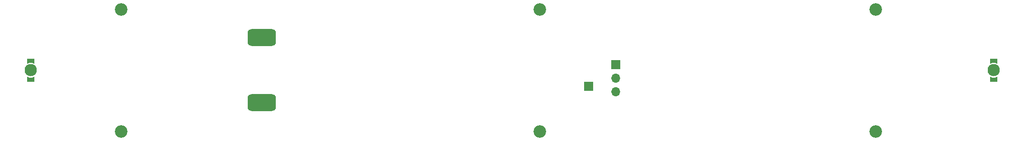
<source format=gbr>
%TF.GenerationSoftware,KiCad,Pcbnew,(6.0.1-0)*%
%TF.CreationDate,2022-12-14T20:54:25+01:00*%
%TF.ProjectId,Blokkendoos_binnenverlichting,426c6f6b-6b65-46e6-946f-6f735f62696e,rev?*%
%TF.SameCoordinates,Original*%
%TF.FileFunction,Soldermask,Bot*%
%TF.FilePolarity,Negative*%
%FSLAX46Y46*%
G04 Gerber Fmt 4.6, Leading zero omitted, Abs format (unit mm)*
G04 Created by KiCad (PCBNEW (6.0.1-0)) date 2022-12-14 20:54:25*
%MOMM*%
%LPD*%
G01*
G04 APERTURE LIST*
G04 Aperture macros list*
%AMRoundRect*
0 Rectangle with rounded corners*
0 $1 Rounding radius*
0 $2 $3 $4 $5 $6 $7 $8 $9 X,Y pos of 4 corners*
0 Add a 4 corners polygon primitive as box body*
4,1,4,$2,$3,$4,$5,$6,$7,$8,$9,$2,$3,0*
0 Add four circle primitives for the rounded corners*
1,1,$1+$1,$2,$3*
1,1,$1+$1,$4,$5*
1,1,$1+$1,$6,$7*
1,1,$1+$1,$8,$9*
0 Add four rect primitives between the rounded corners*
20,1,$1+$1,$2,$3,$4,$5,0*
20,1,$1+$1,$4,$5,$6,$7,0*
20,1,$1+$1,$6,$7,$8,$9,0*
20,1,$1+$1,$8,$9,$2,$3,0*%
%AMFreePoly0*
4,1,32,0.648491,0.670654,0.659828,0.669984,0.665486,0.663615,0.673355,0.660355,0.677701,0.649864,0.685243,0.641373,0.684740,0.632870,0.688000,0.625000,0.683654,0.614509,0.682984,0.603172,0.538452,0.305318,0.496471,0.000000,0.538452,-0.305318,0.682984,-0.603172,0.683654,-0.614509,0.688000,-0.625000,0.684740,-0.632870,0.685243,-0.641373,0.677701,-0.649864,0.673355,-0.660355,
0.665486,-0.663615,0.659828,-0.669984,0.648491,-0.670654,0.638000,-0.675000,-0.217000,-0.675000,-0.252355,-0.660355,-0.267000,-0.625000,-0.267000,0.625000,-0.252355,0.660355,-0.217000,0.675000,0.638000,0.675000,0.648491,0.670654,0.648491,0.670654,$1*%
G04 Aperture macros list end*
%ADD10C,2.350000*%
%ADD11R,1.700000X1.700000*%
%ADD12O,1.700000X1.700000*%
%ADD13RoundRect,0.805000X-1.860000X-0.805000X1.860000X-0.805000X1.860000X0.805000X-1.860000X0.805000X0*%
%ADD14C,2.200000*%
%ADD15C,2.300000*%
%ADD16FreePoly0,90.000000*%
%ADD17FreePoly0,270.000000*%
G04 APERTURE END LIST*
D10*
%TO.C,REF\u002A\u002A*%
X68072000Y11376000D03*
%TD*%
D11*
%TO.C,J17*%
X19400000Y1025000D03*
D12*
X19400000Y-1515000D03*
X19400000Y-4055000D03*
%TD*%
D13*
%TO.C,J16*%
X-46873000Y6075000D03*
X-46873000Y-6075000D03*
%TD*%
D10*
%TO.C,REF\u002A\u002A*%
X-73208000Y-11474000D03*
%TD*%
%TO.C,REF\u002A\u002A*%
X5202000Y-11474000D03*
D14*
X5202000Y-11474000D03*
%TD*%
D10*
%TO.C,REF\u002A\u002A*%
X5202000Y11376000D03*
D14*
X5202000Y11376000D03*
%TD*%
D15*
%TO.C,D47*%
X-90170000Y0D03*
D16*
X-90170000Y-1900000D03*
D17*
X-90170000Y1900000D03*
%TD*%
D11*
%TO.C,J18*%
X14375000Y-3000000D03*
%TD*%
D10*
%TO.C,REF\u002A\u002A*%
X-73208000Y11376000D03*
%TD*%
D15*
%TO.C,D48*%
X90170000Y0D03*
D16*
X90170000Y-1900000D03*
D17*
X90170000Y1900000D03*
%TD*%
D10*
%TO.C,REF\u002A\u002A*%
X68072000Y-11474000D03*
%TD*%
M02*

</source>
